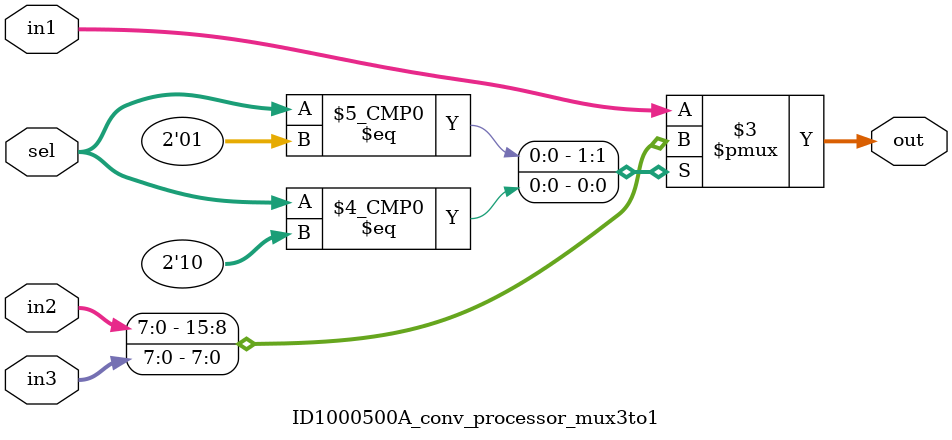
<source format=v>
module ID1000500A_conv_processor_mux3to1 #(
		parameter DATA_WIDTH= 8
)(
		input wire [DATA_WIDTH-1:0] in1,
		input wire [DATA_WIDTH-1:0] in2,
		input wire [DATA_WIDTH-1:0] in3,
		input wire  [1:0] sel,
		output reg [DATA_WIDTH-1:0] out
	   
);


always @(*) begin
	case (sel)
		2'b00: out=in1;
		2'b01: out=in2;
		2'b10: out=in3;
		default: out=in1;
	endcase
end

endmodule
</source>
